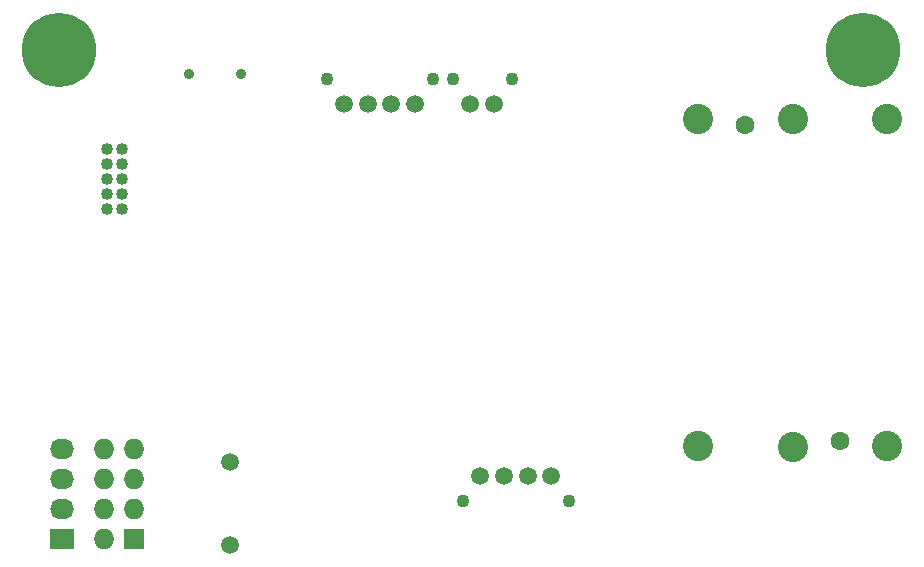
<source format=gbs>
G04 #@! TF.FileFunction,Soldermask,Bot*
%FSLAX46Y46*%
G04 Gerber Fmt 4.6, Leading zero omitted, Abs format (unit mm)*
G04 Created by KiCad (PCBNEW 4.0.1-stable) date 29/01/2016 20:58:12*
%MOMM*%
G01*
G04 APERTURE LIST*
%ADD10C,0.100000*%
%ADD11C,1.600200*%
%ADD12C,2.565400*%
%ADD13C,1.500000*%
%ADD14C,1.100000*%
%ADD15C,1.016000*%
%ADD16C,0.899160*%
%ADD17R,2.032000X1.727200*%
%ADD18O,2.032000X1.727200*%
%ADD19R,1.727200X1.727200*%
%ADD20O,1.727200X1.727200*%
%ADD21C,6.300000*%
%ADD22C,0.600000*%
G04 APERTURE END LIST*
D10*
D11*
X222559891Y-115849998D03*
X222559891Y-115849998D03*
X214559907Y-89150024D03*
X214559907Y-89150024D03*
D12*
X226559883Y-116350124D03*
X226559883Y-116350124D03*
X210559915Y-116350124D03*
X210559915Y-116350124D03*
X226560899Y-88649898D03*
X226560899Y-88649898D03*
X210558899Y-88649898D03*
X210558899Y-88649898D03*
X218559899Y-88637198D03*
X218559899Y-88637198D03*
X218559899Y-116362824D03*
X218559899Y-116362824D03*
D13*
X180594000Y-87376000D03*
X182594000Y-87376000D03*
X184594000Y-87376000D03*
X186594000Y-87376000D03*
D14*
X179094000Y-85276000D03*
X188094000Y-85276000D03*
D15*
X160528000Y-91186000D03*
X161798000Y-91186000D03*
X160528000Y-92456000D03*
X161798000Y-92456000D03*
X160528000Y-93726000D03*
X161798000Y-93726000D03*
X160528000Y-94996000D03*
X161798000Y-94996000D03*
X160528000Y-96266000D03*
X161798000Y-96266000D03*
D13*
X198120000Y-118872000D03*
X196120000Y-118872000D03*
X194120000Y-118872000D03*
X192120000Y-118872000D03*
D14*
X199620000Y-120972000D03*
X190620000Y-120972000D03*
D16*
X171861640Y-84850900D03*
X167462360Y-84850900D03*
D13*
X170942000Y-117658000D03*
X170942000Y-124658000D03*
X191262000Y-87376000D03*
X193262000Y-87376000D03*
D14*
X189762000Y-85276000D03*
X194762000Y-85276000D03*
D17*
X156718000Y-124206000D03*
D18*
X156718000Y-121666000D03*
X156718000Y-119126000D03*
X156718000Y-116586000D03*
D19*
X162814000Y-124206000D03*
D20*
X160274000Y-124206000D03*
X162814000Y-121666000D03*
X160274000Y-121666000D03*
X162814000Y-119126000D03*
X160274000Y-119126000D03*
X162814000Y-116586000D03*
X160274000Y-116586000D03*
D21*
X224536000Y-82804000D03*
D22*
X224536000Y-80304000D03*
X227036000Y-82804000D03*
X224536000Y-85304000D03*
X222036000Y-82804000D03*
X222736000Y-81004000D03*
X226336000Y-81004000D03*
X222736000Y-84604000D03*
X226336000Y-84604000D03*
D21*
X156464000Y-82804000D03*
D22*
X156464000Y-80304000D03*
X158964000Y-82804000D03*
X156464000Y-85304000D03*
X153964000Y-82804000D03*
X154664000Y-81004000D03*
X158264000Y-81004000D03*
X154664000Y-84604000D03*
X158264000Y-84604000D03*
M02*

</source>
